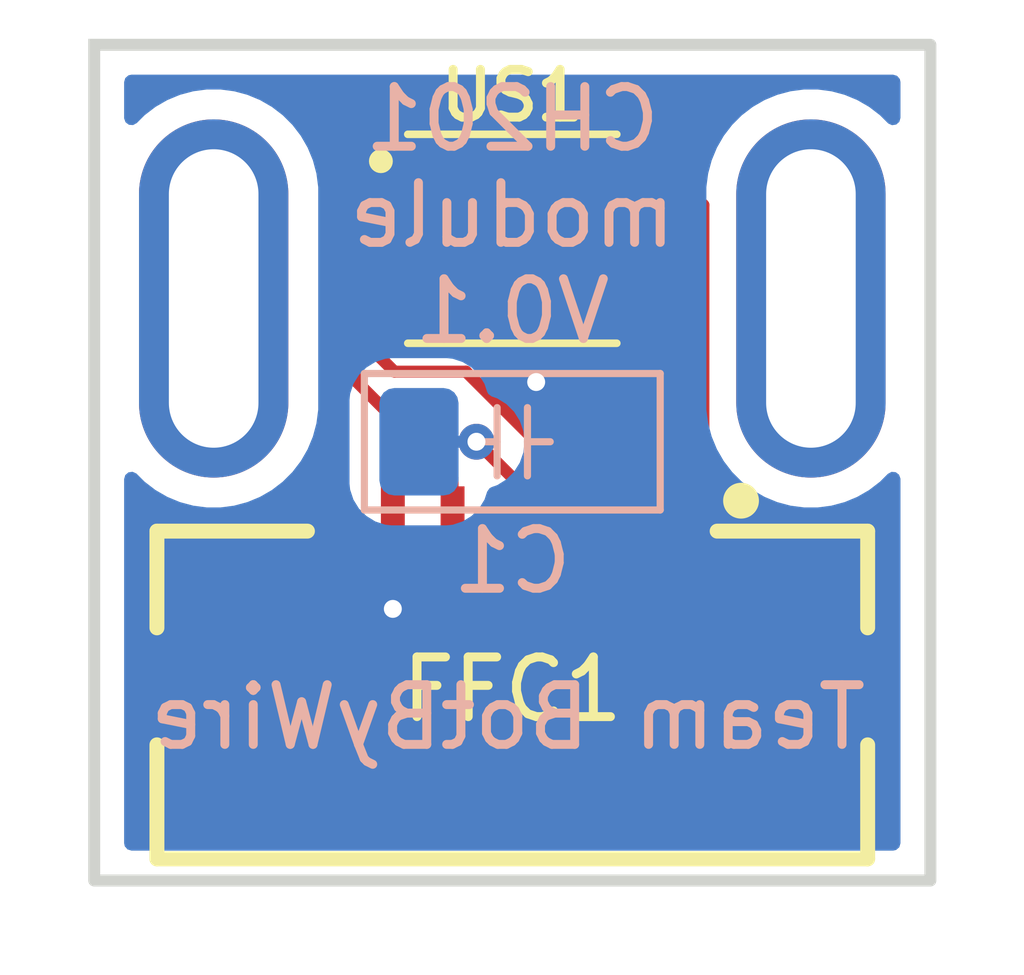
<source format=kicad_pcb>
(kicad_pcb (version 20240108) (generator "pcbnew") (generator_version "8.0")
  (layers (0 "F.Cu" signal) (31 "B.Cu" signal) (34 "B.Paste" user) (35 "F.Paste" user) (36 "B.SilkS" user "B.Silkscreen") (37 "F.SilkS" user "F.Silkscreen") (38 "B.Mask" user) (39 "F.Mask" user) (44 "Edge.Cuts" user))
  (net 0 "")
  (net 1 "/PROG")
  (net 4 "/INT")
  (net 5 "/NRESET")
  (net 6 "/SDA")
  (net 7 "GND")
  (net 8 "+1V8")
  (net 9 "/SCL")
  (footprint "custom:clip" (layer "F.Cu") (at 5 1 -90)
    (property "Reference" "H2")
    (property "Value" "clip")
    (pad "1" thru_hole oval (at 0 0 270) (size 6 2.5) (drill oval 5 1.5) (layers "*.Cu" "*.Mask"))
  )
  (footprint "Snapeda:CH201-00ABR_XDCR_CH201-00ABR" (layer "F.Cu") (at 0 0)
    (property "Reference" "US1" (at 0 -2.4 180) (layer "F.SilkS") (effects (font (size 0.8 0.8))))
    (property "Value" "CH201-00ABR")
    (fp_line (start -1.75 -1.75) (end 1.75 -1.75) (stroke (width 0.127)) (layer "F.SilkS"))
    (fp_line (start 1.75 1.75) (end -1.75 1.75) (stroke (width 0.127)) (layer "F.SilkS"))
    (fp_circle (center -2.2 -1.3) (end -2.1 -1.3) (stroke (width 0.2)) (fill none) (layer "F.SilkS"))
    (pad "1" smd rect (at -1.425 -1.2) (size 0.45 0.4) (layers "F.Cu") (net 4 "/INT"))
    (pad "2" smd rect (at -1.425 -0.4) (size 0.45 0.4) (layers "F.Cu") (net 9 "/SCL"))
    (pad "3" smd rect (at -1.425 0.4) (size 0.45 0.4) (layers "F.Cu") (net 6 "/SDA"))
    (pad "4" smd rect (at -1.425 1.2) (size 0.45 0.4) (layers "F.Cu") (net 1 "/PROG"))
    (pad "5" smd rect (at 1.425 1.2) (size 0.45 0.4) (layers "F.Cu") (net 7 "GND"))
    (pad "6" smd rect (at 1.425 0.4) (size 0.45 0.4) (layers "F.Cu") (net 8 "+1V8"))
    (pad "7" smd rect (at 1.425 -0.4) (size 0.45 0.4) (layers "F.Cu") (net 8 "+1V8"))
    (pad "8" smd rect (at 1.425 -1.2) (size 0.45 0.4) (layers "F.Cu") (net 5 "/NRESET"))
  )
  (footprint "custom:clip" (layer "F.Cu") (at -5 1 90)
    (property "Reference" "H1")
    (property "Value" "clip")
    (pad "1" thru_hole oval (at 0 0 90) (size 6 2.5) (drill oval 5 1.5) (layers "*.Cu" "*.Mask"))
  )
  (footprint "EasyEDA:FPC-SMD_7P-P1.0_KINGHELM_KH-FG1.0-H2.0-7PIN" (layer "F.Cu") (at 0 6.1975)
    (property "Reference" "FFC1" (at 0 1.3525 0) (layer "F.SilkS"))
    (property "Value" "KH-FG1.0-H2.0-7PIN")
    (fp_line (start -5.95 -1.3) (end -3.43 -1.3) (stroke (width 0.25)) (layer "F.SilkS"))
    (fp_line (start -5.95 0.32) (end -5.95 -1.3) (stroke (width 0.25)) (layer "F.SilkS"))
    (fp_line (start -5.95 4.19) (end -5.95 2.28) (stroke (width 0.25)) (layer "F.SilkS"))
    (fp_line (start -5.95 4.19) (end 5.95 4.19) (stroke (width 0.25)) (layer "F.SilkS"))
    (fp_line (start 5.95 -1.3) (end 3.43 -1.3) (stroke (width 0.25)) (layer "F.SilkS"))
    (fp_line (start 5.95 0.32) (end 5.95 -1.3) (stroke (width 0.25)) (layer "F.SilkS"))
    (fp_line (start 5.95 4.19) (end 5.95 2.28) (stroke (width 0.25)) (layer "F.SilkS"))
    (fp_circle (center 3.83 -1.81) (end 3.98 -1.81) (stroke (width 0.3)) (fill none) (layer "F.SilkS"))
    (pad "1" smd rect (at 3 -1.3 180) (size 0.4 1.5) (layers "F.Cu" "F.Paste" "F.Mask") (net 4 "/INT"))
    (pad "2" smd rect (at 2 -1.3 180) (size 0.4 1.5) (layers "F.Cu" "F.Paste" "F.Mask") (net 5 "/NRESET"))
    (pad "3" smd rect (at 1 -1.3 180) (size 0.4 1.5) (layers "F.Cu" "F.Paste" "F.Mask") (net 1 "/PROG"))
    (pad "4" smd rect (at 0 -1.3 180) (size 0.4 1.5) (layers "F.Cu" "F.Paste" "F.Mask") (net 8 "+1V8"))
    (pad "5" smd rect (at -1 -1.3 180) (size 0.4 1.5) (layers "F.Cu" "F.Paste" "F.Mask") (net 6 "/SDA"))
    (pad "6" smd rect (at -2 -1.3 180) (size 0.4 1.5) (layers "F.Cu" "F.Paste" "F.Mask") (net 7 "GND"))
    (pad "7" smd rect (at -3 -1.3 180) (size 0.4 1.5) (layers "F.Cu" "F.Paste" "F.Mask") (net 9 "/SCL"))
    (pad "8" smd rect (at -5.2 1.3 180) (size 2 1.5) (layers "F.Cu" "F.Paste" "F.Mask"))
    (pad "9" smd rect (at 5.2 1.3 180) (size 2 1.5) (layers "F.Cu" "F.Paste" "F.Mask"))
  )
  (footprint "PCM_Capacitor_SMD_AKL:C_1206_3216Metric_Pad1.33x1.80mm_HandSolder" (layer "B.Cu") (at 0 3.4 180)
    (property "Reference" "C1" (at 0 -2 0) (layer "B.SilkS") (effects (justify mirror)))
    (property "Value" "0.1uF")
    (fp_line (start 2.4765 1.143) (end 2.4765 -1.143) (stroke (width 0.12)) (layer "B.SilkS"))
    (fp_line (start 2.4765 -1.143) (end -2.4765 -1.143) (stroke (width 0.12)) (layer "B.SilkS"))
    (fp_line (start 0.635 0) (end 0.254 0) (stroke (width 0.12)) (layer "B.SilkS"))
    (fp_line (start 0.254 -0.5715) (end 0.254 0.5715) (stroke (width 0.12)) (layer "B.SilkS"))
    (fp_line (start -0.254 -0.5715) (end -0.254 0.5715) (stroke (width 0.12)) (layer "B.SilkS"))
    (fp_line (start -0.635 0) (end -0.254 0) (stroke (width 0.12)) (layer "B.SilkS"))
    (fp_line (start -2.4765 1.143) (end 2.4765 1.143) (stroke (width 0.12)) (layer "B.SilkS"))
    (fp_line (start -2.4765 -1.143) (end -2.4765 1.143) (stroke (width 0.12)) (layer "B.SilkS"))
    (pad "1" smd roundrect (at -1.5625 0 180) (size 1.325 1.8) (layers "B.Cu" "B.Paste" "B.Mask") (roundrect_rratio 0.188679) (net 7 "GND"))
    (pad "2" smd roundrect (at 1.5625 0 180) (size 1.325 1.8) (layers "B.Cu" "B.Paste" "B.Mask") (roundrect_rratio 0.188679) (net 8 "+1V8"))
  )
  (gr_rect (start -7 -3.25) (end 7 10.75) (stroke (width 0.2)) (fill none) (layer "Edge.Cuts"))
  (gr_text "Team BotByWire" (at 6 8.6 0) (layer "B.SilkS") (effects (font (size 1 1)) (justify left bottom mirror)))
  (gr_text "CH201\nmodule\nV0.1" (at 0 1.8 0) (layer "B.SilkS") (effects (font (size 1 1)) (justify bottom mirror)))
  (segment (start -1.975 2.225) (end -0.775 2.225) (width 0.2) (layer "F.Cu") (net 1))
  (segment (start -2 1.2) (end -2.2 1.4) (width 0.2) (layer "F.Cu") (net 1))
  (segment (start -0.775 2.225) (end 1 4) (width 0.2) (layer "F.Cu") (net 1))
  (segment (start -2.2 1.4) (end -2.2 2) (width 0.2) (layer "F.Cu") (net 1))
  (segment (start -1.425 1.2) (end -2 1.2) (width 0.2) (layer "F.Cu") (net 1))
  (segment (start 1 4) (end 1 4.8975) (width 0.2) (layer "F.Cu") (net 1))
  (segment (start -2.2 2) (end -1.975 2.225) (width 0.2) (layer "F.Cu") (net 1))
  (segment (start 3 4.8975) (end 3 4) (width 0.2) (layer "F.Cu") (net 4))
  (segment (start 3.2 3.8) (end 3.2 -0.565686) (width 0.2) (layer "F.Cu") (net 4))
  (segment (start -2 -1.2) (end -1.425 -1.2) (width 0.2) (layer "F.Cu") (net 4))
  (segment (start 1.915686 -1.85) (end -1.791422 -1.85) (width 0.2) (layer "F.Cu") (net 4))
  (segment (start -1.791422 -1.85) (end -2 -1.641422) (width 0.2) (layer "F.Cu") (net 4))
  (segment (start -2 -1.641422) (end -2 -1.2) (width 0.2) (layer "F.Cu") (net 4))
  (segment (start 3 4) (end 3.2 3.8) (width 0.2) (layer "F.Cu") (net 4))
  (segment (start 3.2 -0.565686) (end 1.915686 -1.85) (width 0.2) (layer "F.Cu") (net 4))
  (segment (start 2.8 -0.4) (end 2.8 3.2) (width 0.2) (layer "F.Cu") (net 5))
  (segment (start 2 4) (end 2 4.8975) (width 0.2) (layer "F.Cu") (net 5))
  (segment (start 2 -1.2) (end 2.8 -0.4) (width 0.2) (layer "F.Cu") (net 5))
  (segment (start 2.8 3.2) (end 2 4) (width 0.2) (layer "F.Cu") (net 5))
  (segment (start 1.425 -1.2) (end 2 -1.2) (width 0.2) (layer "F.Cu") (net 5))
  (segment (start -1 4) (end -1 4.8975) (width 0.2) (layer "F.Cu") (net 6))
  (segment (start -1.425 0.4) (end -2 0.4) (width 0.2) (layer "F.Cu") (net 6))
  (segment (start -2.6 2.4) (end -1 4) (width 0.2) (layer "F.Cu") (net 6))
  (segment (start -2 0.4) (end -2.6 1) (width 0.2) (layer "F.Cu") (net 6))
  (segment (start -2.6 1) (end -2.6 2.4) (width 0.2) (layer "F.Cu") (net 6))
  (segment (start 1.691422 1.2) (end 1.425 1.2) (width 0.2) (layer "F.Cu") (net 7))
  (segment (start 1.85 1.358578) (end 1.691422 1.2) (width 0.2) (layer "F.Cu") (net 7))
  (segment (start -2 6.2) (end -2 4.8975) (width 0.2) (layer "F.Cu") (net 7))
  (segment (start 1.241422 2.4) (end 1.85 1.791422) (width 0.2) (layer "F.Cu") (net 7))
  (segment (start 0.4 2.4) (end 1.241422 2.4) (width 0.2) (layer "F.Cu") (net 7))
  (segment (start 1.85 1.791422) (end 1.85 1.358578) (width 0.2) (layer "F.Cu") (net 7))
  (via (at 0.4 2.4) (size 0.6) (drill 0.3) (layers "F.Cu" "B.Cu") (net 7))
  (via (at -2 6.2) (size 0.6) (drill 0.3) (layers "F.Cu" "B.Cu") (net 7))
  (segment (start 2 -0.4) (end 2.4 0) (width 0.2) (layer "F.Cu") (net 8))
  (segment (start 1.5 6) (end 1.3 6.2) (width 0.2) (layer "F.Cu") (net 8))
  (segment (start 2.4 2.6) (end 1.5 3.5) (width 0.2) (layer "F.Cu") (net 8))
  (segment (start 0 6) (end 0 4.8975) (width 0.2) (layer "F.Cu") (net 8))
  (segment (start -0.6 3.4) (end 0 4) (width 0.2) (layer "F.Cu") (net 8))
  (segment (start 2.4 0) (end 2.4 2.6) (width 0.2) (layer "F.Cu") (net 8))
  (segment (start 2 0.4) (end 1.425 0.4) (width 0.2) (layer "F.Cu") (net 8))
  (segment (start 0 4) (end 0 4.8975) (width 0.2) (layer "F.Cu") (net 8))
  (segment (start 1.3 6.2) (end 0.2 6.2) (width 0.2) (layer "F.Cu") (net 8))
  (segment (start 2.4 0) (end 2 0.4) (width 0.2) (layer "F.Cu") (net 8))
  (segment (start 1.425 -0.4) (end 2 -0.4) (width 0.2) (layer "F.Cu") (net 8))
  (segment (start 0.2 6.2) (end 0 6) (width 0.2) (layer "F.Cu") (net 8))
  (segment (start 1.5 3.5) (end 1.5 6) (width 0.2) (layer "F.Cu") (net 8))
  (via (at -0.6 3.4) (size 0.6) (drill 0.3) (layers "F.Cu" "B.Cu") (net 8))
  (segment (start -0.6 3.4) (end -1.5625 3.4) (width 0.2) (layer "B.Cu") (net 8))
  (segment (start -1.425 -0.4) (end -2 -0.4) (width 0.2) (layer "F.Cu") (net 9))
  (segment (start -2 -0.4) (end -3 0.6) (width 0.2) (layer "F.Cu") (net 9))
  (segment (start -3 0.6) (end -3 4.8975) (width 0.2) (layer "F.Cu") (net 9))
  (zone (net 7) (net_name "GND") (layer "B.Cu") (connect_pads yes (clearance 0.5)) (min_thickness 0.25) (fill yes (thermal_gap 0.5) (thermal_bridge_width 0.5))
    (polygon (pts (xy -8 -4) (xy 8 -4) (xy 8 12) (xy -8 12)))
  )
)
</source>
